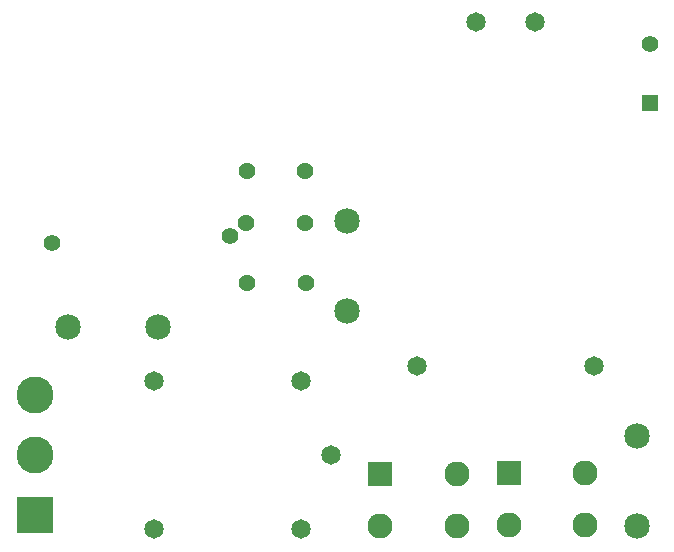
<source format=gbs>
G04 Layer_Color=16711935*
%FSLAX24Y24*%
%MOIN*%
G70*
G01*
G75*
%ADD31R,0.0550X0.0550*%
%ADD32C,0.0550*%
%ADD33C,0.1231*%
%ADD34R,0.1231X0.1231*%
%ADD35C,0.0562*%
%ADD36C,0.0837*%
%ADD37R,0.0837X0.0837*%
%ADD38C,0.0650*%
%ADD39C,0.0850*%
D31*
X22640Y15360D02*
D03*
D32*
Y17328D02*
D03*
X8640Y10930D02*
D03*
X2720Y10700D02*
D03*
D33*
X2140Y5640D02*
D03*
Y3640D02*
D03*
D34*
Y1640D02*
D03*
D35*
X9210Y13080D02*
D03*
X11160D02*
D03*
X9230Y9350D02*
D03*
X11180D02*
D03*
X11140Y11360D02*
D03*
X9190D02*
D03*
D36*
X17940Y1288D02*
D03*
X20499D02*
D03*
Y3020D02*
D03*
X16229Y3010D02*
D03*
Y1278D02*
D03*
X13670D02*
D03*
D37*
X17940Y3020D02*
D03*
X13670Y3010D02*
D03*
D38*
X14873Y6600D02*
D03*
X20779D02*
D03*
X16841Y18050D02*
D03*
X18810D02*
D03*
X12020Y3620D02*
D03*
X11036Y1159D02*
D03*
X6114D02*
D03*
Y6081D02*
D03*
X11036D02*
D03*
D39*
X22210Y4260D02*
D03*
Y1260D02*
D03*
X12540Y8430D02*
D03*
Y11430D02*
D03*
X6270Y7880D02*
D03*
X3270D02*
D03*
M02*

</source>
